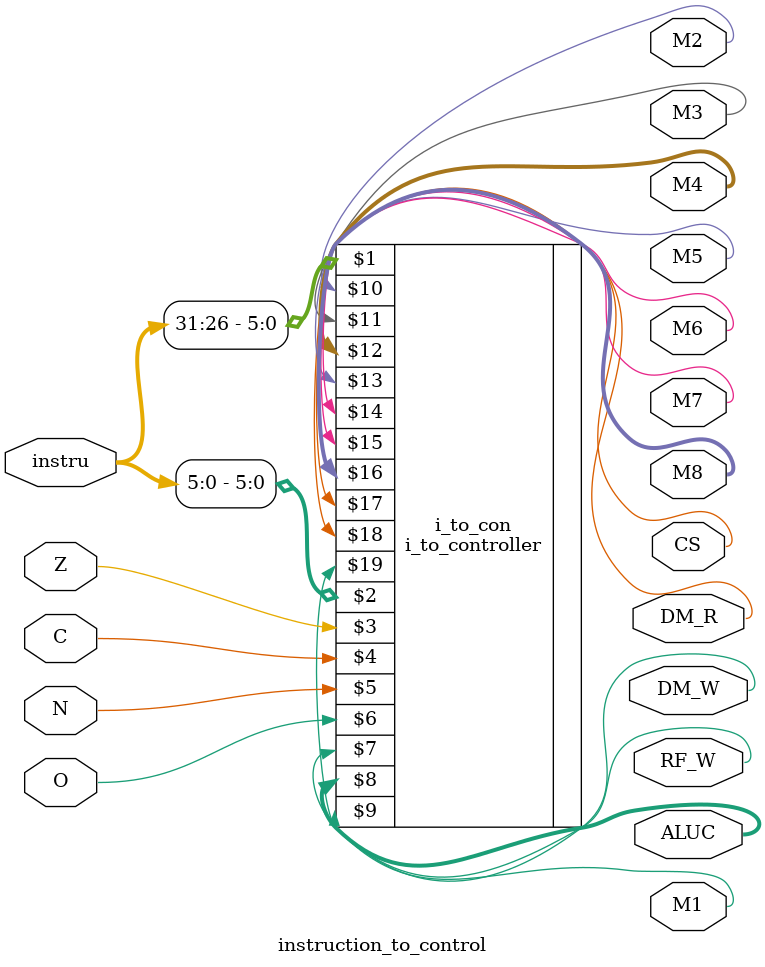
<source format=v>
module instruction_to_control(
input [31:0]instru,
input Z,
input C,
input N,
input O,
//output  PC_CLK,
//output  IM_R,
output  RF_W,
//output  RF_CLK,
output  [3:0]ALUC,

output  M1,
output  M2,
output  M3,
output  [1:0]M4,
output  M5,
output  M6,
output  M7,
output  [1:0]M8,

output  CS,
output  DM_R,
output  DM_W
    );
    
        i_to_controller i_to_con(instru[31:26],instru[5:0],
         Z,C,N,O,
         RF_W,ALUC,
         M1,M2,M3,M4,M5,M6,M7,M8,
         CS,DM_R,DM_W);
    
endmodule

</source>
